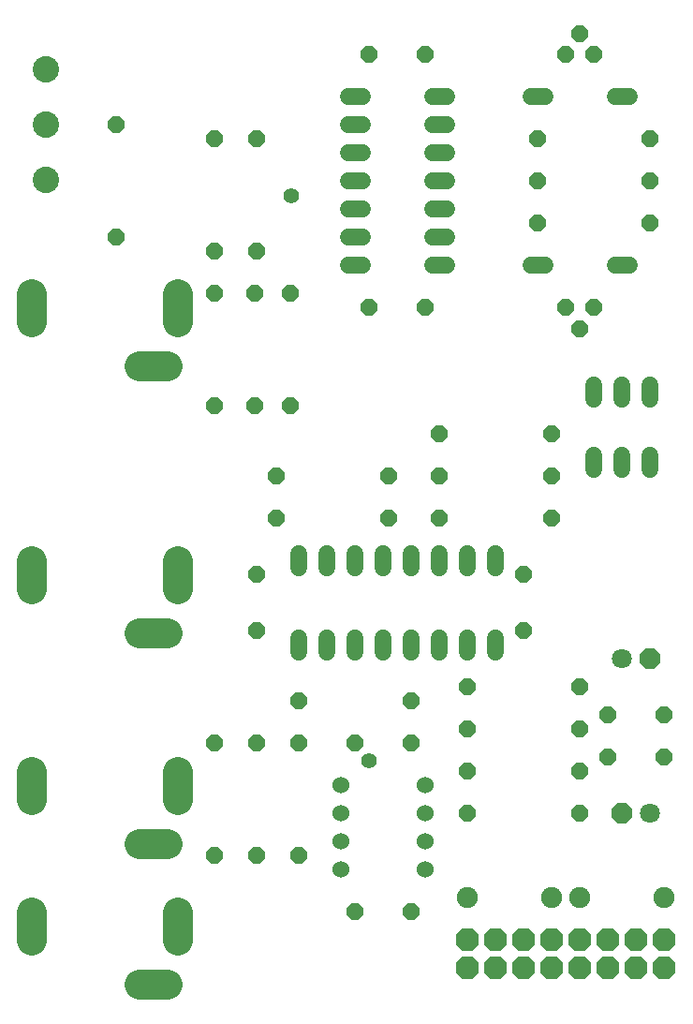
<source format=gbs>
G75*
%MOIN*%
%OFA0B0*%
%FSLAX25Y25*%
%IPPOS*%
%LPD*%
%AMOC8*
5,1,8,0,0,1.08239X$1,22.5*
%
%ADD10C,0.10800*%
%ADD11C,0.05918*%
%ADD12C,0.07100*%
%ADD13OC8,0.07100*%
%ADD14OC8,0.06000*%
%ADD15C,0.06000*%
%ADD16C,0.06000*%
%ADD17C,0.09400*%
%ADD18OC8,0.08200*%
%ADD19C,0.07493*%
%ADD20C,0.05550*%
D10*
X0050180Y0029504D02*
X0050180Y0039504D01*
X0050180Y0079504D02*
X0050180Y0089504D01*
X0088487Y0064031D02*
X0098487Y0064031D01*
X0102148Y0079504D02*
X0102148Y0089504D01*
X0098487Y0139031D02*
X0088487Y0139031D01*
X0102148Y0154504D02*
X0102148Y0164504D01*
X0050180Y0164504D02*
X0050180Y0154504D01*
X0088487Y0234031D02*
X0098487Y0234031D01*
X0102148Y0249504D02*
X0102148Y0259504D01*
X0050180Y0259504D02*
X0050180Y0249504D01*
X0102148Y0039504D02*
X0102148Y0029504D01*
X0098487Y0014031D02*
X0088487Y0014031D01*
D11*
X0090137Y0014019D03*
X0096837Y0014019D03*
X0102137Y0031219D03*
X0102137Y0037819D03*
X0096837Y0064019D03*
X0090137Y0064019D03*
X0102137Y0081219D03*
X0102137Y0087819D03*
X0096837Y0139019D03*
X0090137Y0139019D03*
X0102137Y0156219D03*
X0102137Y0162819D03*
X0050137Y0162819D03*
X0050137Y0156119D03*
X0050137Y0087819D03*
X0050137Y0081119D03*
X0050137Y0037819D03*
X0050137Y0031119D03*
X0090137Y0234019D03*
X0096837Y0234019D03*
X0102137Y0251219D03*
X0102137Y0257819D03*
X0050137Y0257819D03*
X0050137Y0251119D03*
D12*
X0260337Y0129819D03*
X0270337Y0074819D03*
D13*
X0260337Y0074819D03*
X0270337Y0129819D03*
D14*
X0275337Y0109819D03*
X0275337Y0094819D03*
X0255337Y0094819D03*
X0245337Y0089819D03*
X0245337Y0104819D03*
X0255337Y0109819D03*
X0245337Y0119819D03*
X0225337Y0139819D03*
X0225337Y0159819D03*
X0235337Y0179819D03*
X0235337Y0194819D03*
X0235337Y0209819D03*
X0245337Y0247319D03*
X0240337Y0254819D03*
X0250337Y0254819D03*
X0230337Y0284819D03*
X0230337Y0299819D03*
X0230337Y0314819D03*
X0240337Y0344819D03*
X0245337Y0352319D03*
X0250337Y0344819D03*
X0270337Y0314819D03*
X0270337Y0299819D03*
X0270337Y0284819D03*
X0195337Y0209819D03*
X0195337Y0194819D03*
X0195337Y0179819D03*
X0177306Y0179819D03*
X0177306Y0194819D03*
X0142148Y0219819D03*
X0129589Y0219819D03*
X0115337Y0219819D03*
X0137306Y0194819D03*
X0137306Y0179819D03*
X0130337Y0159819D03*
X0130337Y0139819D03*
X0145337Y0114819D03*
X0145337Y0099819D03*
X0130337Y0099819D03*
X0115337Y0099819D03*
X0115337Y0059819D03*
X0130337Y0059819D03*
X0145337Y0059819D03*
X0165337Y0039819D03*
X0185337Y0039819D03*
X0205337Y0074819D03*
X0205337Y0089819D03*
X0205337Y0104819D03*
X0205337Y0119819D03*
X0185337Y0114819D03*
X0185337Y0099819D03*
X0165337Y0099819D03*
X0245337Y0074819D03*
X0190337Y0254819D03*
X0170337Y0254819D03*
X0142148Y0259819D03*
X0129589Y0259819D03*
X0130337Y0274819D03*
X0115337Y0274819D03*
X0115337Y0259819D03*
X0080337Y0279819D03*
X0080337Y0319819D03*
X0115337Y0314819D03*
X0130337Y0314819D03*
X0170337Y0344819D03*
X0190337Y0344819D03*
D15*
X0192737Y0329819D02*
X0197937Y0329819D01*
X0197937Y0319819D02*
X0192737Y0319819D01*
X0192737Y0309819D02*
X0197937Y0309819D01*
X0197937Y0299819D02*
X0192737Y0299819D01*
X0192737Y0289819D02*
X0197937Y0289819D01*
X0197937Y0279819D02*
X0192737Y0279819D01*
X0192737Y0269819D02*
X0197937Y0269819D01*
X0227737Y0269819D02*
X0232937Y0269819D01*
X0257737Y0269819D02*
X0262937Y0269819D01*
X0260337Y0227419D02*
X0260337Y0222219D01*
X0250337Y0222219D02*
X0250337Y0227419D01*
X0270337Y0227419D02*
X0270337Y0222219D01*
X0270337Y0202419D02*
X0270337Y0197219D01*
X0260337Y0197219D02*
X0260337Y0202419D01*
X0250337Y0202419D02*
X0250337Y0197219D01*
X0215337Y0167419D02*
X0215337Y0162219D01*
X0205337Y0162219D02*
X0205337Y0167419D01*
X0195337Y0167419D02*
X0195337Y0162219D01*
X0185337Y0162219D02*
X0185337Y0167419D01*
X0175337Y0167419D02*
X0175337Y0162219D01*
X0165337Y0162219D02*
X0165337Y0167419D01*
X0155337Y0167419D02*
X0155337Y0162219D01*
X0145337Y0162219D02*
X0145337Y0167419D01*
X0145337Y0137419D02*
X0145337Y0132219D01*
X0155337Y0132219D02*
X0155337Y0137419D01*
X0165337Y0137419D02*
X0165337Y0132219D01*
X0175337Y0132219D02*
X0175337Y0137419D01*
X0185337Y0137419D02*
X0185337Y0132219D01*
X0195337Y0132219D02*
X0195337Y0137419D01*
X0205337Y0137419D02*
X0205337Y0132219D01*
X0215337Y0132219D02*
X0215337Y0137419D01*
X0167937Y0269819D02*
X0162737Y0269819D01*
X0162737Y0279819D02*
X0167937Y0279819D01*
X0167937Y0289819D02*
X0162737Y0289819D01*
X0162737Y0299819D02*
X0167937Y0299819D01*
X0167937Y0309819D02*
X0162737Y0309819D01*
X0162737Y0319819D02*
X0167937Y0319819D01*
X0167937Y0329819D02*
X0162737Y0329819D01*
X0227737Y0329819D02*
X0232937Y0329819D01*
X0257737Y0329819D02*
X0262937Y0329819D01*
D16*
X0190337Y0084819D03*
X0190337Y0074819D03*
X0190337Y0064819D03*
X0190337Y0054819D03*
X0160337Y0054819D03*
X0160337Y0064819D03*
X0160337Y0074819D03*
X0160337Y0084819D03*
D17*
X0055337Y0300134D03*
X0055337Y0319819D03*
X0055337Y0339504D03*
D18*
X0205337Y0029819D03*
X0205337Y0019819D03*
X0215337Y0019819D03*
X0215337Y0029819D03*
X0225337Y0029819D03*
X0225337Y0019819D03*
X0235337Y0019819D03*
X0235337Y0029819D03*
X0245337Y0029819D03*
X0255337Y0029819D03*
X0255337Y0019819D03*
X0245337Y0019819D03*
X0265337Y0019819D03*
X0265337Y0029819D03*
X0275337Y0029819D03*
X0275337Y0019819D03*
D19*
X0275337Y0044819D03*
X0245337Y0044819D03*
X0235337Y0044819D03*
X0205337Y0044819D03*
D20*
X0170258Y0093717D03*
X0142699Y0294504D03*
M02*

</source>
